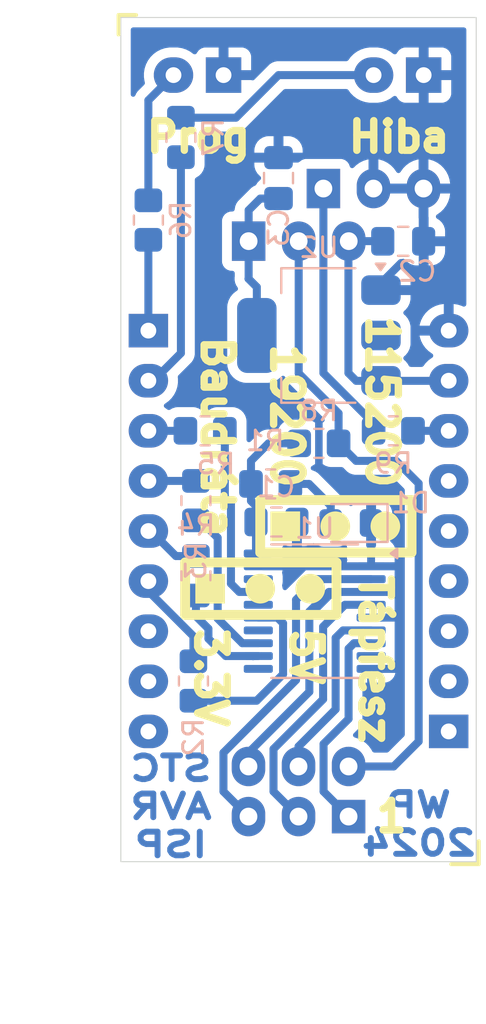
<source format=kicad_pcb>
(kicad_pcb (version 20240108) (generator "pcbnew") (generator_version "8.0")
  (layers (0 "F.Cu" signal) (31 "B.Cu" signal) (34 "B.Paste" user) (35 "F.Paste" user) (36 "B.SilkS" user "B.Silkscreen") (37 "F.SilkS" user "F.Silkscreen") (38 "B.Mask" user) (39 "F.Mask" user) (44 "Edge.Cuts" user))
  (net 0 "")
  (net 1 "VCC")
  (net 2 "GND")
  (net 3 "+5V")
  (net 4 "Net-(D1-A)")
  (net 5 "/P1.0")
  (net 6 "/MISO")
  (net 7 "/P1.7")
  (net 8 "/P1.1")
  (net 9 "/P1.6")
  (net 10 "/RESET")
  (net 11 "/MOSI")
  (net 12 "/SCLK")
  (net 13 "/~{RST}")
  (net 14 "/P3.4")
  (net 15 "/P3.6")
  (net 16 "/P3.3")
  (net 17 "/P3.2")
  (net 18 "/P3.7")
  (net 19 "/P5.5")
  (net 20 "/P3.5")
  (net 21 "/SCLK_P")
  (net 22 "/MOSI_P")
  (net 23 "/RESET_P")
  (net 24 "/MISO_P")
  (net 25 "Net-(U1-2A0)")
  (net 26 "Net-(U1-2A1)")
  (net 27 "Net-(U1-2A2)")
  (net 28 "Net-(U1-1Y3)")
  (net 34 "Net-(D2-A)")
  (net 35 "Net-(J4-Pin_1)")
  (net 36 "Net-(D3-A)")
  (net 37 "VT")
  (net 38 "Net-(J5-Pin_1)")
  (footprint "Connector_PinHeader_2.54mm:PinHeader_1x03_P2.54mm_Vertical" (layer "F.Cu") (at 106.6875 71.6638 90)
    (property "Reference" "J4" (hide yes))
    (property "Value" "TARGET VOLTAGE")
    (pad "1" thru_hole rect (at 0 0 90) (size 2 1.7) (drill 0.9) (layers "*.Cu" "*.Mask") (net 35 "Net-(J4-Pin_1)"))
    (pad "2" thru_hole oval (at 0 2.54 90) (size 2 1.7) (drill 0.9) (layers "*.Cu" "*.Mask") (net 37 "VT"))
    (pad "3" thru_hole oval (at 0 5.08 90) (size 2 1.7) (drill 0.9) (layers "*.Cu" "*.Mask") (net 3 "+5V"))
  )
  (footprint "LED_THT:LED_D3.0mm" (layer "F.Cu") (at 105.415 63.246 180)
    (property "Reference" "D2" (hide yes))
    (property "Value" "PROG")
    (pad "1" thru_hole rect (at 0 0 180) (size 1.8 1.8) (drill 0.8) (layers "*.Cu" "*.Mask") (net 2 "GND"))
    (pad "2" thru_hole oval (at 2.54 0 180) (size 2 1.8) (drill 0.8) (layers "*.Cu" "*.Mask") (net 34 "Net-(D2-A)"))
  )
  (footprint "LED_THT:LED_D3.0mm" (layer "F.Cu") (at 115.57 63.246 180)
    (property "Reference" "D3" (hide yes))
    (property "Value" "ERROR")
    (pad "1" thru_hole rect (at 0 0 180) (size 1.8 1.8) (drill 0.8) (layers "*.Cu" "*.Mask") (net 2 "GND"))
    (pad "2" thru_hole oval (at 2.54 0 180) (size 2 1.8) (drill 0.8) (layers "*.Cu" "*.Mask") (net 36 "Net-(D3-A)"))
  )
  (footprint "Connector_PinSocket_2.54mm:PinSocket_2x03_P2.54mm_Horizontal" (layer "F.Cu") (at 106.68 98.298 90)
    (property "Reference" "J3" (hide yes))
    (property "Value" "ISP")
    (pad "1" thru_hole oval (at 0 0 90) (size 2 1.7) (drill 0.9) (layers "*.Cu" "*.Mask") (net 2 "GND"))
    (pad "2" thru_hole oval (at -2.54 0 90) (size 2 1.7) (drill 0.9) (layers "*.Cu" "*.Mask") (net 23 "/RESET_P"))
    (pad "3" thru_hole oval (at 0 2.54 90) (size 2 1.7) (drill 0.9) (layers "*.Cu" "*.Mask") (net 22 "/MOSI_P"))
    (pad "4" thru_hole oval (at -2.54 2.54 90) (size 2 1.7) (drill 0.9) (layers "*.Cu" "*.Mask") (net 21 "/SCLK_P"))
    (pad "5" thru_hole oval (at 0 5.08 90) (size 2 1.7) (drill 0.9) (layers "*.Cu" "*.Mask") (net 37 "VT"))
    (pad "6" thru_hole rect (at -2.54 5.08 90) (size 1.7 1.7) (drill 0.9) (layers "*.Cu" "*.Mask") (net 24 "/MISO_P"))
  )
  (footprint "Connector_PinSocket_2.54mm:PinSocket_1x09_P2.54mm_Vertical" (layer "F.Cu") (at 116.84 96.52 180)
    (property "Reference" "J2" (hide yes))
    (property "Value" "Conn_01x09_Socket")
    (pad "1" thru_hole rect (at 0 0 180) (size 2 1.7) (drill 0.8) (layers "*.Cu" "*.Mask") (net 17 "/P3.2"))
    (pad "2" thru_hole oval (at 0 2.54 180) (size 2 1.7) (drill 0.8) (layers "*.Cu" "*.Mask") (net 16 "/P3.3"))
    (pad "3" thru_hole oval (at 0 5.08 180) (size 2 1.7) (drill 0.8) (layers "*.Cu" "*.Mask") (net 14 "/P3.4"))
    (pad "4" thru_hole oval (at 0 7.62 180) (size 2 1.7) (drill 0.8) (layers "*.Cu" "*.Mask") (net 20 "/P3.5"))
    (pad "5" thru_hole oval (at 0 10.16 180) (size 2 1.7) (drill 0.8) (layers "*.Cu" "*.Mask") (net 15 "/P3.6"))
    (pad "6" thru_hole oval (at 0 12.7 180) (size 2 1.7) (drill 0.8) (layers "*.Cu" "*.Mask") (net 18 "/P3.7"))
    (pad "7" thru_hole oval (at 0 15.24 180) (size 2 1.7) (drill 0.8) (layers "*.Cu" "*.Mask") (net 19 "/P5.5"))
    (pad "8" thru_hole oval (at 0 17.78 180) (size 2 1.7) (drill 0.8) (layers "*.Cu" "*.Mask") (net 3 "+5V"))
    (pad "9" thru_hole oval (at 0 20.32 180) (size 2 1.7) (drill 0.8) (layers "*.Cu" "*.Mask") (net 2 "GND"))
  )
  (footprint "Connector_PinHeader_2.54mm:PinHeader_1x03_P2.54mm_Vertical" (layer "F.Cu") (at 104.7362 89.2824 90)
    (property "Reference" "REF**" (hide yes))
    (property "Value" "PinHeader_1x03_P2.54mm_Vertical")
    (fp_line (start 1.33 -1.27) (end 1.33 6.41) (stroke (width 0.5)) (layer "F.SilkS"))
    (fp_line (start -1.33 -1.27) (end 1.33 -1.27) (stroke (width 0.5)) (layer "F.SilkS"))
    (fp_line (start -1.33 -1.27) (end -1.33 6.41) (stroke (width 0.5)) (layer "F.SilkS"))
    (fp_line (start -1.33 6.41) (end 1.33 6.41) (stroke (width 0.5)) (layer "F.SilkS"))
    (pad "" smd rect (at 0 0 90) (size 1.5 1.5) (layers "F.SilkS"))
    (pad "" smd oval (at 0 2.54 90) (size 1.5 1.5) (layers "F.SilkS"))
    (pad "" smd oval (at 0 5.08 90) (size 1.5 1.5) (layers "F.SilkS"))
  )
  (footprint "Connector_PinHeader_2.54mm:PinHeader_1x03_P2.54mm_Vertical" (layer "F.Cu") (at 108.5462 86.1194 90)
    (property "Reference" "REF**" (hide yes))
    (property "Value" "PinHeader_1x03_P2.54mm_Vertical")
    (fp_line (start 1.33 -1.27) (end 1.33 6.41) (stroke (width 0.5)) (layer "F.SilkS"))
    (fp_line (start -1.33 -1.27) (end 1.33 -1.27) (stroke (width 0.5)) (layer "F.SilkS"))
    (fp_line (start -1.33 -1.27) (end -1.33 6.41) (stroke (width 0.5)) (layer "F.SilkS"))
    (fp_line (start -1.33 6.41) (end 1.33 6.41) (stroke (width 0.5)) (layer "F.SilkS"))
    (pad "" smd rect (at 0 0 90) (size 1.5 1.5) (property pad_prop_testpoint) (layers "F.SilkS"))
    (pad "" smd oval (at 0 2.54 90) (size 1.5 1.5) (layers "F.SilkS"))
    (pad "" smd oval (at 0 5.08 90) (size 1.5 1.5) (layers "F.SilkS"))
  )
  (footprint "Connector_PinSocket_2.54mm:PinSocket_1x09_P2.54mm_Vertical" (layer "F.Cu") (at 101.6 76.2)
    (property "Reference" "J1" (hide yes))
    (property "Value" "Conn_01x09_Socket")
    (pad "1" thru_hole rect (at 0 0) (size 2 1.7) (drill 0.8) (layers "*.Cu" "*.Mask") (net 5 "/P1.0"))
    (pad "2" thru_hole oval (at 0 2.54) (size 2 1.7) (drill 0.8) (layers "*.Cu" "*.Mask") (net 8 "/P1.1"))
    (pad "3" thru_hole oval (at 0 5.08) (size 2 1.7) (drill 0.8) (layers "*.Cu" "*.Mask") (net 10 "/RESET"))
    (pad "4" thru_hole oval (at 0 7.62) (size 2 1.7) (drill 0.8) (layers "*.Cu" "*.Mask") (net 11 "/MOSI"))
    (pad "5" thru_hole oval (at 0 10.16) (size 2 1.7) (drill 0.8) (layers "*.Cu" "*.Mask") (net 6 "/MISO"))
    (pad "6" thru_hole oval (at 0 12.7) (size 2 1.7) (drill 0.8) (layers "*.Cu" "*.Mask") (net 12 "/SCLK"))
    (pad "7" thru_hole oval (at 0 15.24) (size 2 1.7) (drill 0.8) (layers "*.Cu" "*.Mask") (net 9 "/P1.6"))
    (pad "8" thru_hole oval (at 0 17.78) (size 2 1.7) (drill 0.8) (layers "*.Cu" "*.Mask") (net 7 "/P1.7"))
    (pad "9" thru_hole oval (at 0 20.32) (size 2 1.7) (drill 0.8) (layers "*.Cu" "*.Mask") (net 13 "/~{RST}"))
  )
  (footprint "Connector_PinHeader_2.54mm:PinHeader_1x03_P2.54mm_Vertical" (layer "F.Cu") (at 110.4825 68.9968 90)
    (property "Reference" "J5" (hide yes))
    (property "Value" "BAUD RATE")
    (pad "1" thru_hole rect (at 0 0 90) (size 2 1.7) (drill 0.9) (layers "*.Cu" "*.Mask") (net 38 "Net-(J5-Pin_1)"))
    (pad "2" thru_hole oval (at 0 2.54 90) (size 2 1.7) (drill 0.9) (layers "*.Cu" "*.Mask") (net 2 "GND"))
    (pad "3" thru_hole oval (at 0 5.08 90) (size 2 1.7) (drill 0.9) (layers "*.Cu" "*.Mask") (net 2 "GND"))
  )
  (footprint "Resistor_SMD:R_0805_2012Metric_Pad1.20x1.40mm_HandSolder" (layer "B.Cu") (at 107.807 83.9724)
    (property "Reference" "R5" (at -2.778 -1.016 0) (layer "B.SilkS") (effects (justify mirror)))
    (property "Value" "1k5")
    (fp_line (start 0.227064 -0.735) (end -0.227064 -0.735) (stroke (width 0.12)) (layer "B.SilkS"))
    (fp_line (start 0.227064 0.735) (end -0.227064 0.735) (stroke (width 0.12)) (layer "B.SilkS"))
    (pad "1" smd roundrect (at -1 0) (size 1.2 1.4) (layers "B.Cu" "B.Paste" "B.Mask") (roundrect_rratio 0.208333) (net 1 "VCC"))
    (pad "2" smd roundrect (at 1 0) (size 1.2 1.4) (layers "B.Cu" "B.Paste" "B.Mask") (roundrect_rratio 0.208333) (net 4 "Net-(D1-A)"))
  )
  (footprint "Resistor_SMD:R_0805_2012Metric_Pad1.20x1.40mm_HandSolder" (layer "B.Cu") (at 103.886 93.964 -90)
    (property "Reference" "R2" (at 2.8525 0 90) (layer "B.SilkS") (effects (justify mirror)))
    (property "Value" "100")
    (fp_line (start 0.227064 0.735) (end -0.227064 0.735) (stroke (width 0.12)) (layer "B.SilkS"))
    (fp_line (start 0.227064 -0.735) (end -0.227064 -0.735) (stroke (width 0.12)) (layer "B.SilkS"))
    (pad "1" smd roundrect (at -1 0 270) (size 1.2 1.4) (layers "B.Cu" "B.Paste" "B.Mask") (roundrect_rratio 0.208333) (net 12 "/SCLK"))
    (pad "2" smd roundrect (at 1 0 270) (size 1.2 1.4) (layers "B.Cu" "B.Paste" "B.Mask") (roundrect_rratio 0.208333) (net 26 "Net-(U1-2A1)"))
  )
  (footprint "LED_SMD:LED_0805_2012Metric_Pad1.15x1.40mm_HandSolder" (layer "B.Cu") (at 111.878 85.9536 180)
    (property "Reference" "D1" (at -3.039 1.016 180) (layer "B.SilkS") (effects (justify mirror)))
    (property "Value" "POWER")
    (fp_line (start 1 -0.96) (end -1.86 -0.96) (stroke (width 0.12)) (layer "B.SilkS"))
    (fp_line (start -1.86 0.96) (end 1 0.96) (stroke (width 0.12)) (layer "B.SilkS"))
    (fp_line (start -1.86 -0.96) (end -1.86 0.96) (stroke (width 0.12)) (layer "B.SilkS"))
    (pad "1" smd roundrect (at -1.025 0 180) (size 1.15 1.4) (layers "B.Cu" "B.Paste" "B.Mask") (roundrect_rratio 0.217391) (net 2 "GND"))
    (pad "2" smd roundrect (at 1.025 0 180) (size 1.15 1.4) (layers "B.Cu" "B.Paste" "B.Mask") (roundrect_rratio 0.217391) (net 4 "Net-(D1-A)"))
  )
  (footprint "Capacitor_SMD:C_0805_2012Metric_Pad1.18x1.45mm_HandSolder" (layer "B.Cu") (at 108.204 68.4673 90)
    (property "Reference" "C3" (at -2.511 0.0075 -90) (layer "B.SilkS") (effects (justify mirror)))
    (property "Value" "10u")
    (fp_line (start 0.261252 -0.735) (end -0.261252 -0.735) (stroke (width 0.12)) (layer "B.SilkS"))
    (fp_line (start 0.261252 0.735) (end -0.261252 0.735) (stroke (width 0.12)) (layer "B.SilkS"))
    (pad "1" smd roundrect (at -1.0375 0 90) (size 1.175 1.45) (layers "B.Cu" "B.Paste" "B.Mask") (roundrect_rratio 0.212766) (net 35 "Net-(J4-Pin_1)"))
    (pad "2" smd roundrect (at 1.0375 0 90) (size 1.175 1.45) (layers "B.Cu" "B.Paste" "B.Mask") (roundrect_rratio 0.212766) (net 2 "GND"))
  )
  (footprint "Capacitor_SMD:C_0805_2012Metric_Pad1.18x1.45mm_HandSolder" (layer "B.Cu") (at 114.5325 71.6713)
    (property "Reference" "C2" (at 0.705 1.524 0) (layer "B.SilkS") (effects (justify mirror)))
    (property "Value" "10u")
    (fp_line (start 0.261252 -0.735) (end -0.261252 -0.735) (stroke (width 0.12)) (layer "B.SilkS"))
    (fp_line (start 0.261252 0.735) (end -0.261252 0.735) (stroke (width 0.12)) (layer "B.SilkS"))
    (pad "1" smd roundrect (at -1.0375 0) (size 1.175 1.45) (layers "B.Cu" "B.Paste" "B.Mask") (roundrect_rratio 0.212766) (net 3 "+5V"))
    (pad "2" smd roundrect (at 1.0375 0) (size 1.175 1.45) (layers "B.Cu" "B.Paste" "B.Mask") (roundrect_rratio 0.212766) (net 2 "GND"))
  )
  (footprint "Resistor_SMD:R_0805_2012Metric_Pad1.20x1.40mm_HandSolder" (layer "B.Cu") (at 104.013 88.63 90)
    (property "Reference" "R4" (at 2.556 0 0) (layer "B.SilkS") (effects (justify mirror)))
    (property "Value" "100")
    (fp_line (start 0.227064 -0.735) (end -0.227064 -0.735) (stroke (width 0.12)) (layer "B.SilkS"))
    (fp_line (start 0.227064 0.735) (end -0.227064 0.735) (stroke (width 0.12)) (layer "B.SilkS"))
    (pad "1" smd roundrect (at -1 0 90) (size 1.2 1.4) (layers "B.Cu" "B.Paste" "B.Mask") (roundrect_rratio 0.208333) (net 28 "Net-(U1-1Y3)"))
    (pad "2" smd roundrect (at 1 0 90) (size 1.2 1.4) (layers "B.Cu" "B.Paste" "B.Mask") (roundrect_rratio 0.208333) (net 6 "/MISO"))
  )
  (footprint "Capacitor_SMD:C_0805_2012Metric_Pad1.18x1.45mm_HandSolder" (layer "B.Cu") (at 108.0985 85.9028)
    (property "Reference" "C1" (at -0.0215 -1.778 0) (layer "B.SilkS") (effects (justify mirror)))
    (property "Value" "100n")
    (fp_line (start 0.261252 -0.735) (end -0.261252 -0.735) (stroke (width 0.12)) (layer "B.SilkS"))
    (fp_line (start 0.261252 0.735) (end -0.261252 0.735) (stroke (width 0.12)) (layer "B.SilkS"))
    (pad "1" smd roundrect (at -1.0375 0) (size 1.175 1.45) (layers "B.Cu" "B.Paste" "B.Mask") (roundrect_rratio 0.212766) (net 1 "VCC"))
    (pad "2" smd roundrect (at 1.0375 0) (size 1.175 1.45) (layers "B.Cu" "B.Paste" "B.Mask") (roundrect_rratio 0.212766) (net 2 "GND"))
  )
  (footprint "Package_TO_SOT_SMD:SOT-223-3_TabPin2" (layer "B.Cu") (at 110.2535 76.4465 180)
    (property "Reference" "U2" (at 0 4.457 180) (layer "B.SilkS") (effects (justify mirror)))
    (property "Value" "AMS1117-3.3")
    (fp_line (start 1.91 3.41) (end -1.85 3.41) (stroke (width 0.12)) (layer "B.SilkS"))
    (fp_line (start 1.91 2.15) (end 1.91 3.41) (stroke (width 0.12)) (layer "B.SilkS"))
    (fp_line (start 1.91 -2.15) (end 1.91 -3.41) (stroke (width 0.12)) (layer "B.SilkS"))
    (fp_line (start 1.91 -3.41) (end -1.85 -3.41) (stroke (width 0.12)) (layer "B.SilkS"))
    (fp_poly (pts (xy -3.13 3.31) (xy -3.37 3.64) (xy -2.89 3.64) (xy -3.13 3.31)) (stroke (width 0.12)) (fill solid) (layer "B.SilkS"))
    (pad "1" smd roundrect (at -3.15 2.3 180) (size 2 1.5) (layers "B.Cu" "B.Paste" "B.Mask") (net 2 "GND"))
    (pad "2" smd roundrect (at -3.15 0 180) (size 2 1.5) (layers "B.Cu" "B.Paste" "B.Mask") (net 35 "Net-(J4-Pin_1)"))
    (pad "2" smd roundrect (at 3.15 0 180) (size 2 3.8) (layers "B.Cu" "B.Paste" "B.Mask") (net 35 "Net-(J4-Pin_1)"))
    (pad "3" smd roundrect (at -3.15 -2.3 180) (size 2 1.5) (layers "B.Cu" "B.Paste" "B.Mask") (net 3 "+5V"))
  )
  (footprint "Resistor_SMD:R_0805_2012Metric_Pad1.20x1.40mm_HandSolder" (layer "B.Cu") (at 114.03 81.28)
    (property "Reference" "R9" (at 0 1.65 0) (layer "B.SilkS") (effects (justify mirror)))
    (property "Value" "270")
    (fp_line (start 0.227064 -0.735) (end -0.227064 -0.735) (stroke (width 0.12)) (layer "B.SilkS"))
    (fp_line (start 0.227064 0.735) (end -0.227064 0.735) (stroke (width 0.12)) (layer "B.SilkS"))
    (pad "1" smd roundrect (at -1 0) (size 1.2 1.4) (layers "B.Cu" "B.Paste" "B.Mask") (roundrect_rratio 0.208333) (net 38 "Net-(J5-Pin_1)"))
    (pad "2" smd roundrect (at 1 0) (size 1.2 1.4) (layers "B.Cu" "B.Paste" "B.Mask") (roundrect_rratio 0.208333) (net 19 "/P5.5"))
  )
  (footprint "Resistor_SMD:R_0805_2012Metric_Pad1.20x1.40mm_HandSolder" (layer "B.Cu") (at 110.252 81.915 180)
    (property "Reference" "R8" (at 0 1.65 180) (layer "B.SilkS") (effects (justify mirror)))
    (property "Value" "0")
    (fp_line (start 0.227064 0.735) (end -0.227064 0.735) (stroke (width 0.12)) (layer "B.SilkS"))
    (fp_line (start 0.227064 -0.735) (end -0.227064 -0.735) (stroke (width 0.12)) (layer "B.SilkS"))
    (pad "1" smd roundrect (at -1 0 180) (size 1.2 1.4) (layers "B.Cu" "B.Paste" "B.Mask") (roundrect_rratio 0.208333) (net 37 "VT"))
    (pad "2" smd roundrect (at 1 0 180) (size 1.2 1.4) (layers "B.Cu" "B.Paste" "B.Mask") (roundrect_rratio 0.208333) (net 1 "VCC"))
  )
  (footprint "Resistor_SMD:R_0805_2012Metric_Pad1.20x1.40mm_HandSolder" (layer "B.Cu") (at 103.251 66.405 90)
    (property "Reference" "R7" (at 0 1.65 -90) (layer "B.SilkS") (effects (justify mirror)))
    (property "Value" "1k5")
    (fp_line (start 0.227064 -0.735) (end -0.227064 -0.735) (stroke (width 0.12)) (layer "B.SilkS"))
    (fp_line (start 0.227064 0.735) (end -0.227064 0.735) (stroke (width 0.12)) (layer "B.SilkS"))
    (pad "1" smd roundrect (at -1 0 90) (size 1.2 1.4) (layers "B.Cu" "B.Paste" "B.Mask") (roundrect_rratio 0.208333) (net 8 "/P1.1"))
    (pad "2" smd roundrect (at 1 0 90) (size 1.2 1.4) (layers "B.Cu" "B.Paste" "B.Mask") (roundrect_rratio 0.208333) (net 36 "Net-(D3-A)"))
  )
  (footprint "Resistor_SMD:R_0805_2012Metric_Pad1.20x1.40mm_HandSolder" (layer "B.Cu") (at 101.6 70.596 90)
    (property "Reference" "R6" (at 0 1.65 -90) (layer "B.SilkS") (effects (justify mirror)))
    (property "Value" "1k")
    (fp_line (start 0.227064 -0.735) (end -0.227064 -0.735) (stroke (width 0.12)) (layer "B.SilkS"))
    (fp_line (start 0.227064 0.735) (end -0.227064 0.735) (stroke (width 0.12)) (layer "B.SilkS"))
    (pad "1" smd roundrect (at -1 0 90) (size 1.2 1.4) (layers "B.Cu" "B.Paste" "B.Mask") (roundrect_rratio 0.208333) (net 5 "/P1.0"))
    (pad "2" smd roundrect (at 1 0 90) (size 1.2 1.4) (layers "B.Cu" "B.Paste" "B.Mask") (roundrect_rratio 0.208333) (net 34 "Net-(D2-A)"))
  )
  (footprint "Resistor_SMD:R_0805_2012Metric_Pad1.20x1.40mm_HandSolder" (layer "B.Cu") (at 104.4796 81.28)
    (property "Reference" "R1" (at 3.048 0.508 0) (layer "B.SilkS") (effects (justify mirror)))
    (property "Value" "100")
    (fp_line (start 0.227064 -0.735) (end -0.227064 -0.735) (stroke (width 0.12)) (layer "B.SilkS"))
    (fp_line (start 0.227064 0.735) (end -0.227064 0.735) (stroke (width 0.12)) (layer "B.SilkS"))
    (pad "1" smd roundrect (at -1 0) (size 1.2 1.4) (layers "B.Cu" "B.Paste" "B.Mask") (roundrect_rratio 0.208333) (net 10 "/RESET"))
    (pad "2" smd roundrect (at 1 0) (size 1.2 1.4) (layers "B.Cu" "B.Paste" "B.Mask") (roundrect_rratio 0.208333) (net 25 "Net-(U1-2A0)"))
  )
  (footprint "Package_SO:TSSOP-20_4.4x6.5mm_P0.65mm" (layer "B.Cu") (at 110.0405 90.424 180)
    (property "Reference" "U1" (at 0 4.2 180) (layer "B.SilkS") (effects (justify mirror)))
    (property "Value" "74HC244")
    (fp_line (start 2.2 3.385) (end 0 3.385) (stroke (width 0.12)) (layer "B.SilkS"))
    (fp_line (start 2.2 -3.385) (end 0 -3.385) (stroke (width 0.12)) (layer "B.SilkS"))
    (fp_line (start -2.2 3.385) (end 0 3.385) (stroke (width 0.12)) (layer "B.SilkS"))
    (fp_line (start -2.2 -3.385) (end 0 -3.385) (stroke (width 0.12)) (layer "B.SilkS"))
    (fp_poly (pts (xy -3.86 2.925) (xy -4.19 3.165) (xy -4.19 2.685) (xy -3.86 2.925)) (stroke (width 0.12)) (fill solid) (layer "B.SilkS"))
    (pad "1" smd roundrect (at -2.8625 2.925 180) (size 1.475 0.4) (layers "B.Cu" "B.Paste" "B.Mask") (net 2 "GND"))
    (pad "2" smd roundrect (at -2.8625 2.275 180) (size 1.475 0.4) (layers "B.Cu" "B.Paste" "B.Mask") (net 2 "GND"))
    (pad "3" smd roundrect (at -2.8625 1.625 180) (size 1.475 0.4) (layers "B.Cu" "B.Paste" "B.Mask") (net 23 "/RESET_P"))
    (pad "4" smd roundrect (at -2.8625 0.975 180) (size 1.475 0.4) (layers "B.Cu" "B.Paste" "B.Mask") (net 2 "GND"))
    (pad "5" smd roundrect (at -2.8625 0.325 180) (size 1.475 0.4) (layers "B.Cu" "B.Paste" "B.Mask") (net 21 "/SCLK_P"))
    (pad "6" smd roundrect (at -2.8625 -0.325 180) (size 1.475 0.4) (layers "B.Cu" "B.Paste" "B.Mask") (net 2 "GND"))
    (pad "7" smd roundrect (at -2.8625 -0.975 180) (size 1.475 0.4) (layers "B.Cu" "B.Paste" "B.Mask") (net 22 "/MOSI_P"))
    (pad "8" smd roundrect (at -2.8625 -1.625 180) (size 1.475 0.4) (layers "B.Cu" "B.Paste" "B.Mask") (net 24 "/MISO_P"))
    (pad "9" smd roundrect (at -2.8625 -2.275 180) (size 1.475 0.4) (layers "B.Cu" "B.Paste" "B.Mask"))
    (pad "10" smd roundrect (at -2.8625 -2.925 180) (size 1.475 0.4) (layers "B.Cu" "B.Paste" "B.Mask") (net 2 "GND"))
    (pad "11" smd roundrect (at 2.8625 -2.925 180) (size 1.475 0.4) (layers "B.Cu" "B.Paste" "B.Mask"))
    (pad "12" smd roundrect (at 2.8625 -2.275 180) (size 1.475 0.4) (layers "B.Cu" "B.Paste" "B.Mask") (net 28 "Net-(U1-1Y3)"))
    (pad "13" smd roundrect (at 2.8625 -1.625 180) (size 1.475 0.4) (layers "B.Cu" "B.Paste" "B.Mask") (net 27 "Net-(U1-2A2)"))
    (pad "14" smd roundrect (at 2.8625 -0.975 180) (size 1.475 0.4) (layers "B.Cu" "B.Paste" "B.Mask"))
    (pad "15" smd roundrect (at 2.8625 -0.325 180) (size 1.475 0.4) (layers "B.Cu" "B.Paste" "B.Mask") (net 26 "Net-(U1-2A1)"))
    (pad "16" smd roundrect (at 2.8625 0.325 180) (size 1.475 0.4) (layers "B.Cu" "B.Paste" "B.Mask"))
    (pad "17" smd roundrect (at 2.8625 0.975 180) (size 1.475 0.4) (layers "B.Cu" "B.Paste" "B.Mask") (net 25 "Net-(U1-2A0)"))
    (pad "18" smd roundrect (at 2.8625 1.625 180) (size 1.475 0.4) (layers "B.Cu" "B.Paste" "B.Mask"))
    (pad "19" smd roundrect (at 2.8625 2.275 180) (size 1.475 0.4) (layers "B.Cu" "B.Paste" "B.Mask") (net 2 "GND"))
    (pad "20" smd roundrect (at 2.8625 2.925 180) (size 1.475 0.4) (layers "B.Cu" "B.Paste" "B.Mask") (net 1 "VCC"))
  )
  (footprint "Resistor_SMD:R_0805_2012Metric_Pad1.20x1.40mm_HandSolder" (layer "B.Cu") (at 104.013 84.82 -90)
    (property "Reference" "R3" (at 3.048 0 90) (layer "B.SilkS") (effects (justify mirror)))
    (property "Value" "100")
    (fp_line (start 0.227064 0.735) (end -0.227064 0.735) (stroke (width 0.12)) (layer "B.SilkS"))
    (fp_line (start 0.227064 -0.735) (end -0.227064 -0.735) (stroke (width 0.12)) (layer "B.SilkS"))
    (pad "1" smd roundrect (at -1 0 270) (size 1.2 1.4) (layers "B.Cu" "B.Paste" "B.Mask") (roundrect_rratio 0.208333) (net 11 "/MOSI"))
    (pad "2" smd roundrect (at 1 0 270) (size 1.2 1.4) (layers "B.Cu" "B.Paste" "B.Mask") (roundrect_rratio 0.208333) (net 27 "Net-(U1-2A2)"))
  )
  (gr_circle (center 113.6262 86.1194) (end 114.3762 86.1194) (fill solid) (layer "F.SilkS"))
  (gr_line (start 100.0887 60.198) (end 100.0887 61.1886) (stroke (width 0.2)) (layer "F.SilkS"))
  (gr_line (start 100.0887 60.198) (end 100.9777 60.198) (stroke (width 0.2)) (layer "F.SilkS"))
  (gr_rect (start 103.9862 88.5324) (end 105.4862 90.0324) (fill solid) (layer "F.SilkS"))
  (gr_line (start 118.364 103.251) (end 116.967 103.251) (stroke (width 0.2)) (layer "F.SilkS"))
  (gr_rect (start 107.7962 85.3694) (end 109.2962 86.8694) (fill solid) (layer "F.SilkS"))
  (gr_circle (center 107.2762 89.2824) (end 108.0262 89.2824) (fill solid) (layer "F.SilkS"))
  (gr_circle (center 111.0862 86.1194) (end 111.8362 86.1194) (fill solid) (layer "F.SilkS"))
  (gr_circle (center 109.8162 89.2824) (end 110.5662 89.2824) (fill solid) (layer "F.SilkS"))
  (gr_line (start 118.364 102.0826) (end 118.364 103.251) (stroke (width 0.2)) (layer "F.SilkS"))
  (gr_rect (start 100.203 60.325) (end 118.237 103.124) (stroke (width 0.05)) (fill none) (layer "Edge.Cuts"))
  (gr_text "WP\n2024" (at 115.316 101.219 0) (layer "B.Cu") (effects (font (size 1.2 1.5) (thickness 0.3) (bold yes)) (justify mirror)))
  (gr_text "STC\nAVR\nISP" (at 102.743 100.33 0) (layer "B.Cu") (effects (font (size 1.2 1.5) (thickness 0.3) (bold yes)) (justify mirror)))
  (gr_text "Prog" (at 104.14 67.2592 0) (layer "F.SilkS") (effects (font (size 1.5 1.5) (thickness 0.375) (bold yes)) (justify bottom)))
  (gr_text "115200\n\n19200" (at 114.3374 84.3414 270) (layer "F.SilkS") (effects (font (size 1.5 1.5) (thickness 0.375) (bold yes)) (justify right top)))
  (gr_text "5V\n\n3.3V" (at 103.898 91.1232 270) (layer "F.SilkS") (effects (font (size 1.5 1.5) (thickness 0.375) (bold yes)) (justify left bottom)))
  (gr_text "Hiba\n" (at 114.3225 67.2592 0) (layer "F.SilkS") (effects (font (size 1.5 1.5) (thickness 0.375) (bold yes)) (justify bottom)))
  (gr_text "Tápfesz" (at 112.2292 88.4054 270) (layer "F.SilkS") (effects (font (size 1.5 1.5) (thickness 0.375) (bold yes)) (justify left bottom)))
  (gr_text "Baudráta" (at 104.2282 86.8814 270) (layer "F.SilkS") (effects (font (size 1.5 1.5) (thickness 0.375) (bold yes)) (justify right bottom)))
  (gr_text "1" (at 112.9792 100.838 0) (layer "F.SilkS") (effects (font (size 1.5 1.5) (thickness 0.375) (bold yes)) (justify left)))
  (segment (start 107.061 85.9028) (end 107.061 85.09) (width 0.4064) (layer "B.Cu") (net 1))
  (segment (start 106.807 84.836) (end 106.807 83.9724) (width 0.4064) (layer "B.Cu") (net 1))
  (segment (start 107.061 85.9028) (end 107.061 87.382) (width 0.4064) (layer "B.Cu") (net 1))
  (segment (start 107.061 85.09) (end 106.807 84.836) (width 0.4064) (layer "B.Cu") (net 1))
  (segment (start 106.807 82.804) (end 106.807 83.9724) (width 0.4064) (layer "B.Cu") (net 1))
  (segment (start 107.061 87.382) (end 107.178 87.499) (width 0.4064) (layer "B.Cu") (net 1))
  (segment (start 107.696 81.915) (end 106.807 82.804) (width 0.4064) (layer "B.Cu") (net 1))
  (segment (start 109.252 81.915) (end 107.696 81.915) (width 0.4064) (layer "B.Cu") (net 1))
  (segment (start 114.3 88.149) (end 112.903 88.149) (width 0.4064) (layer "B.Cu") (net 2))
  (segment (start 113.4035 74.1465) (end 113.4035 73.7945) (width 0.4064) (layer "B.Cu") (net 2))
  (segment (start 114.2706 87.499) (end 114.3 87.5284) (width 0.4064) (layer "B.Cu") (net 2))
  (segment (start 110.252 80.772) (end 110.252 83.185) (width 0.381) (layer "B.Cu") (net 2))
  (segment (start 109.7693 90.4412) (end 109.7693 94.5102) (width 0.4064) (layer "B.Cu") (net 2))
  (segment (start 112.903 89.449) (end 110.7615 89.449) (width 0.4064) (layer "B.Cu") (net 2))
  (segment (start 110.7615 89.449) (end 109.7693 90.4412) (width 0.4064) (layer "B.Cu") (net 2))
  (segment (start 112.903 93.349) (end 114.2706 93.349) (width 0.4064) (layer "B.Cu") (net 2))
  (segment (start 110.8025 88.149) (end 109.0245 88.149) (width 0.4064) (layer "B.Cu") (net 2))
  (segment (start 106.68 97.663) (end 106.68 98.298) (width 0.4064) (layer "B.Cu") (net 2))
  (segment (start 114.0362 89.449) (end 114.046 89.4588) (width 0.4064) (layer "B.Cu") (net 2))
  (segment (start 114.3 87.5284) (end 114.3 88.149) (width 0.4064) (layer "B.Cu") (net 2))
  (segment (start 113.157 88.149) (end 110.8025 88.149) (width 0.4064) (layer "B.Cu") (net 2))
  (segment (start 109.0245 88.149) (end 107.432 88.149) (width 0.4064) (layer "B.Cu") (net 2))
  (segment (start 112.903 87.499) (end 114.2706 87.499) (width 0.4064) (layer "B.Cu") (net 2))
  (segment (start 112.903 89.449) (end 114.0362 89.449) (width 0.4064) (layer "B.Cu") (net 2))
  (segment (start 109.7693 94.5102) (end 106.68 97.5995) (width 0.4064) (layer "B.Cu") (net 2))
  (segment (start 114.3 93.3196) (end 114.3 88.149) (width 0.4064) (layer "B.Cu") (net 2))
  (segment (start 112.903 90.749) (end 114.0335 90.749) (width 0.4064) (layer "B.Cu") (net 2))
  (segment (start 106.68 97.5995) (end 106.68 97.663) (width 0.4064) (layer "B.Cu") (net 2))
  (segment (start 114.2706 93.349) (end 114.3 93.3196) (width 0.4064) (layer "B.Cu") (net 2))
  (segment (start 113.4035 73.7945) (end 114.427 72.771) (width 0.4064) (layer "B.Cu") (net 2))
  (segment (start 111.7525 71.7475) (end 111.7525 78.3515) (width 0.4064) (layer "B.Cu") (net 3))
  (segment (start 111.7675 71.6638) (end 113.7845 71.6638) (width 0.4064) (layer "B.Cu") (net 3))
  (segment (start 112.1475 78.7465) (end 113.4035 78.7465) (width 0.4064) (layer "B.Cu") (net 3))
  (segment (start 111.7525 78.3515) (end 112.1475 78.7465) (width 0.4064) (layer "B.Cu") (net 3))
  (segment (start 113.4035 78.7465) (end 116.3105 78.7465) (width 0.4064) (layer "B.Cu") (net 3))
  (segment (start 116.3105 78.7465) (end 116.3245 78.7325) (width 0.4064) (layer "B.Cu") (net 3))
  (segment (start 111.7525 71.6788) (end 111.7675 71.6638) (width 0.4064) (layer "B.Cu") (net 3))
  (segment (start 113.7845 71.6638) (end 113.792 71.6713) (width 0.4064) (layer "B.Cu") (net 3))
  (segment (start 109.7534 83.9724) (end 109.0864 83.9724) (width 0.4064) (layer "B.Cu") (net 4))
  (segment (start 110.853 85.072) (end 109.7534 83.9724) (width 0.4064) (layer "B.Cu") (net 4))
  (segment (start 110.853 85.9536) (end 110.853 85.072) (width 0.4064) (layer "B.Cu") (net 4))
  (segment (start 101.6 71.596) (end 101.6 76.2) (width 0.4064) (layer "B.Cu") (net 5))
  (segment (start 102.997 87.63) (end 104.013 87.63) (width 0.4064) (layer "B.Cu") (net 6))
  (segment (start 101.6 86.36) (end 101.727 86.36) (width 0.4064) (layer "B.Cu") (net 6))
  (segment (start 101.727 86.36) (end 102.997 87.63) (width 0.4064) (layer "B.Cu") (net 6))
  (segment (start 101.854 78.74) (end 103.251 77.343) (width 0.4064) (layer "B.Cu") (net 8))
  (segment (start 103.251 77.343) (end 103.251 67.405) (width 0.4064) (layer "B.Cu") (net 8))
  (segment (start 101.6 78.74) (end 101.854 78.74) (width 0.4064) (layer "B.Cu") (net 8))
  (segment (start 101.6 81.28) (end 103.4796 81.28) (width 0.4064) (layer "B.Cu") (net 10))
  (segment (start 101.6 83.82) (end 104.013 83.82) (width 0.4064) (layer "B.Cu") (net 11))
  (segment (start 101.6 89.408) (end 103.886 91.694) (width 0.4064) (layer "B.Cu") (net 12))
  (segment (start 101.6 88.9) (end 101.6 89.408) (width 0.4064) (layer "B.Cu") (net 12))
  (segment (start 103.886 91.694) (end 103.886 92.964) (width 0.4064) (layer "B.Cu") (net 12))
  (segment (start 115.157 81.28) (end 116.84 81.28) (width 0.4064) (layer "B.Cu") (net 19))
  (segment (start 107.95 97.409) (end 107.95 99.568) (width 0.4064) (layer "B.Cu") (net 21))
  (segment (start 110.4678 94.8912) (end 107.95 97.409) (width 0.4064) (layer "B.Cu") (net 21))
  (segment (start 112.903 90.099) (end 111.577 90.099) (width 0.4064) (layer "B.Cu") (net 21))
  (segment (start 110.4678 91.2082) (end 110.4678 94.8912) (width 0.4064) (layer "B.Cu") (net 21))
  (segment (start 107.95 99.568) (end 109.22 100.838) (width 0.4064) (layer "B.Cu") (net 21))
  (segment (start 111.577 90.099) (end 110.4678 91.2082) (width 0.4064) (layer "B.Cu") (net 21))
  (segment (start 111.1028 91.7747) (end 111.1028 95.3992) (width 0.4064) (layer "B.Cu") (net 22))
  (segment (start 112.903 91.399) (end 111.4785 91.399) (width 0.4064) (layer "B.Cu") (net 22))
  (segment (start 111.4785 91.399) (end 111.1028 91.7747) (width 0.4064) (layer "B.Cu") (net 22))
  (segment (start 111.1028 95.3992) (end 109.22 97.282) (width 0.4064) (layer "B.Cu") (net 22))
  (segment (start 109.22 97.282) (end 109.22 98.298) (width 0.4064) (layer "B.Cu") (net 22))
  (segment (start 106.68 100.838) (end 106.68 100.584) (width 0.4064) (layer "B.Cu") (net 23))
  (segment (start 112.903 88.799) (end 110.1415 88.799) (width 0.4064) (layer "B.Cu") (net 23))
  (segment (start 105.41 97.5995) (end 105.41 99.568) (width 0.4064) (layer "B.Cu") (net 23))
  (segment (start 105.41 99.568) (end 106.68 100.838) (width 0.4064) (layer "B.Cu") (net 23))
  (segment (start 109.093 89.8475) (end 109.093 93.9165) (width 0.4064) (layer "B.Cu") (net 23))
  (segment (start 110.1415 88.799) (end 109.093 89.8475) (width 0.4064) (layer "B.Cu") (net 23))
  (segment (start 109.093 93.9165) (end 105.41 97.5995) (width 0.4064) (layer "B.Cu") (net 23))
  (segment (start 111.76 92.322988) (end 111.76 95.885) (width 0.4064) (layer "B.Cu") (net 24))
  (segment (start 110.49 97.155) (end 110.49 99.568) (width 0.4064) (layer "B.Cu") (net 24))
  (segment (start 112.033988 92.049) (end 111.76 92.322988) (width 0.4064) (layer "B.Cu") (net 24))
  (segment (start 111.76 95.885) (end 110.49 97.155) (width 0.4064) (layer "B.Cu") (net 24))
  (segment (start 110.49 99.568) (end 111.76 100.838) (width 0.4064) (layer "B.Cu") (net 24))
  (segment (start 112.903 92.049) (end 112.033988 92.049) (width 0.4064) (layer "B.Cu") (net 24))
  (segment (start 105.791 89.027) (end 106.213 89.449) (width 0.4064) (layer "B.Cu") (net 25))
  (segment (start 105.4796 81.28) (end 105.4796 84.6516) (width 0.4064) (layer "B.Cu") (net 25))
  (segment (start 105.791 84.963) (end 105.791 89.027) (width 0.4064) (layer "B.Cu") (net 25))
  (segment (start 106.213 89.449) (end 107.178 89.449) (width 0.4064) (layer "B.Cu") (net 25))
  (segment (start 105.4796 84.6516) (end 105.791 84.963) (width 0.4064) (layer "B.Cu") (net 25))
  (segment (start 108.4358 93.6212) (end 108.4358 91.0368) (width 0.4064) (layer "B.Cu") (net 26))
  (segment (start 107.093 94.964) (end 108.4358 93.6212) (width 0.4064) (layer "B.Cu") (net 26))
  (segment (start 103.886 94.964) (end 107.093 94.964) (width 0.4064) (layer "B.Cu") (net 26))
  (segment (start 108.4358 91.0368) (end 108.148 90.749) (width 0.4064) (layer "B.Cu") (net 26))
  (segment (start 108.148 90.749) (end 107.178 90.749) (width 0.4064) (layer "B.Cu") (net 26))
  (segment (start 104.013 85.82) (end 104.235 85.82) (width 0.4064) (layer "B.Cu") (net 27))
  (segment (start 104.235 85.82) (end 105.1162 86.7012) (width 0.4064) (layer "B.Cu") (net 27))
  (segment (start 105.1162 86.7012) (end 105.1162 90.79662) (width 0.4064) (layer "B.Cu") (net 27))
  (segment (start 105.1162 90.79662) (end 106.36858 92.049) (width 0.4064) (layer "B.Cu") (net 27))
  (segment (start 106.36858 92.049) (end 107.178 92.049) (width 0.4064) (layer "B.Cu") (net 27))
  (segment (start 104.013 89.63) (end 104.013 90.678) (width 0.4064) (layer "B.Cu") (net 28))
  (segment (start 104.648 91.313) (end 104.648 91.821) (width 0.4064) (layer "B.Cu") (net 28))
  (segment (start 106.913 92.71) (end 106.924 92.699) (width 0.4064) (layer "B.Cu") (net 28))
  (segment (start 104.013 90.678) (end 104.648 91.313) (width 0.4064) (layer "B.Cu") (net 28))
  (segment (start 104.648 91.821) (end 105.526 92.699) (width 0.4064) (layer "B.Cu") (net 28))
  (segment (start 105.526 92.699) (end 107.178 92.699) (width 0.4064) (layer "B.Cu") (net 28))
  (segment (start 102.743 63.246) (end 102.875 63.246) (width 0.4064) (layer "B.Cu") (net 34))
  (segment (start 101.6 69.596) (end 101.6 64.521) (width 0.4064) (layer "B.Cu") (net 34))
  (segment (start 101.6 64.521) (end 102.875 63.246) (width 0.4064) (layer "B.Cu") (net 34))
  (segment (start 106.68 73.5688) (end 106.6875 73.5613) (width 0.4064) (layer "B.Cu") (net 35))
  (segment (start 106.6875 70.0965) (end 107.2792 69.5048) (width 0.4064) (layer "B.Cu") (net 35))
  (segment (start 106.6875 73.5613) (end 106.6875 71.6638) (width 0.4064) (layer "B.Cu") (net 35))
  (segment (start 107.1035 73.9923) (end 106.68 73.5688) (width 0.4064) (layer "B.Cu") (net 35))
  (segment (start 107.2792 69.5048) (end 108.204 69.5048) (width 0.4064) (layer "B.Cu") (net 35))
  (segment (start 107.1035 76.4465) (end 107.1035 73.9923) (width 0.4064) (layer "B.Cu") (net 35))
  (segment (start 106.6875 71.6638) (end 106.6875 70.0965) (width 0.4064) (layer "B.Cu") (net 35))
  (segment (start 106.045 65.405) (end 108.204 63.246) (width 0.4064) (layer "B.Cu") (net 36))
  (segment (start 103.251 65.405) (end 106.045 65.405) (width 0.4064) (layer "B.Cu") (net 36))
  (segment (start 108.204 63.246) (end 113.157 63.246) (width 0.4064) (layer "B.Cu") (net 36))
  (segment (start 114.046 98.298) (end 111.76 98.298) (width 0.4064) (layer "B.Cu") (net 37))
  (segment (start 111.252 80.391) (end 111.252 81.915) (width 0.4064) (layer "B.Cu") (net 37))
  (segment (start 109.2275 78.3665) (end 111.252 80.391) (width 0.4064) (layer "B.Cu") (net 37))
  (segment (start 115.316 83.947) (end 115.316 97.028) (width 0.4064) (layer "B.Cu") (net 37))
  (segment (start 111.252 81.915) (end 112.141 82.804) (width 0.4064) (layer "B.Cu") (net 37))
  (segment (start 114.173 82.804) (end 115.316 83.947) (width 0.4064) (layer "B.Cu") (net 37))
  (segment (start 115.316 97.028) (end 114.046 98.298) (width 0.4064) (layer "B.Cu") (net 37))
  (segment (start 109.2275 71.501) (end 109.2275 78.3665) (width 0.4064) (layer "B.Cu") (net 37))
  (segment (start 112.141 82.804) (end 114.173 82.804) (width 0.4064) (layer "B.Cu") (net 37))
  (segment (start 110.4825 68.9968) (end 110.5143 69.0286) (width 0.4064) (layer "B.Cu") (net 38))
  (segment (start 113.157 81.026) (end 113.157 81.28) (width 0.4064) (layer "B.Cu") (net 38))
  (segment (start 110.4825 78.3515) (end 113.157 81.026) (width 0.4064) (layer "B.Cu") (net 38))
  (segment (start 110.4825 68.9968) (end 110.4825 78.3515) (width 0.4064) (layer "B.Cu") (net 38))
  (zone (net 2) (net_name "GND") (layer "B.Cu") (connect_pads (clearance 0.5)) (min_thickness 0.25) (fill yes (thermal_gap 0.5) (thermal_bridge_width 0.5))
    (polygon (pts (xy 118.237 103.124) (xy 118.237 60.325) (xy 100.203 60.325) (xy 100.203 103.124)))
  )
)
</source>
